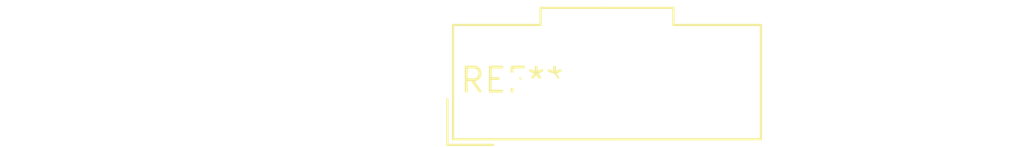
<source format=kicad_pcb>
(kicad_pcb (version 20240108) (generator pcbnew)
  (layers (0 "F.Cu" signal) (31 "B.Cu" signal) (34 "B.Paste" user) (35 "F.Paste" user) (36 "B.SilkS" user "B.Silkscreen") (37 "F.SilkS" user "F.Silkscreen") (38 "B.Mask" user) (39 "F.Mask" user) (44 "Edge.Cuts" user))
  (net 0 "")
  (footprint "Molex_MicroClasp_55932-0610_1x06_P2.00mm_Vertical" (layer "F.Cu") (at 0 0)
    (property "Reference" "REF**")
    (property "Value" "Molex_MicroClasp_55932-0610_1x06_P2.00mm_Vertical")
    (fp_line (start -3.41 1) (end -3.41 3.41) (layer "F.SilkS") (stroke (width 0.12)))
    (fp_line (start -3.41 3.41) (end -1 3.41) (layer "F.SilkS") (stroke (width 0.12)))
    (fp_line (start -3.11 -2.91) (end -3.11 3.11) (layer "F.SilkS") (stroke (width 0.12)))
    (fp_line (start -3.11 3.11) (end 5 3.11) (layer "F.SilkS") (stroke (width 0.12)))
    (fp_line (start 1.5 -3.81) (end 1.5 -2.91) (layer "F.SilkS") (stroke (width 0.12)))
    (fp_line (start 1.5 -2.91) (end -3.11 -2.91) (layer "F.SilkS") (stroke (width 0.12)))
    (fp_line (start 5 -3.81) (end 1.5 -3.81) (layer "F.SilkS") (stroke (width 0.12)))
    (fp_line (start 5 -3.81) (end 8.5 -3.81) (layer "F.SilkS") (stroke (width 0.12)))
    (fp_line (start 8.5 -3.81) (end 8.5 -2.91) (layer "F.SilkS") (stroke (width 0.12)))
    (fp_line (start 8.5 -2.91) (end 13.11 -2.91) (layer "F.SilkS") (stroke (width 0.12)))
    (fp_line (start 13.11 -2.91) (end 13.11 3.11) (layer "F.SilkS") (stroke (width 0.12)))
    (fp_line (start 13.11 3.11) (end 5 3.11) (layer "F.SilkS") (stroke (width 0.12)))
    (pad "" np_thru_hole circle (at 12 -1.9) (size 1.3 1.3) (drill 1.3) (layers *.Cu *.Mask))
    (pad "1" thru_hole roundrect (at 0 0) (size 1.2 1.8) (drill 0.8) (layers *.Cu *.Mask) (remove_unused_layers) (roundrect_rratio 0.208333))
    (pad "2" thru_hole oval (at 2 0) (size 1.2 1.8) (drill 0.8) (layers *.Cu *.Mask) (remove_unused_layers))
    (pad "3" thru_hole oval (at 4 0) (size 1.2 1.8) (drill 0.8) (layers *.Cu *.Mask) (remove_unused_layers))
    (pad "4" thru_hole oval (at 6 0) (size 1.2 1.8) (drill 0.8) (layers *.Cu *.Mask) (remove_unused_layers))
    (pad "5" thru_hole oval (at 8 0) (size 1.2 1.8) (drill 0.8) (layers *.Cu *.Mask) (remove_unused_layers))
    (pad "6" thru_hole oval (at 10 0) (size 1.2 1.8) (drill 0.8) (layers *.Cu *.Mask) (remove_unused_layers))
  )
)
</source>
